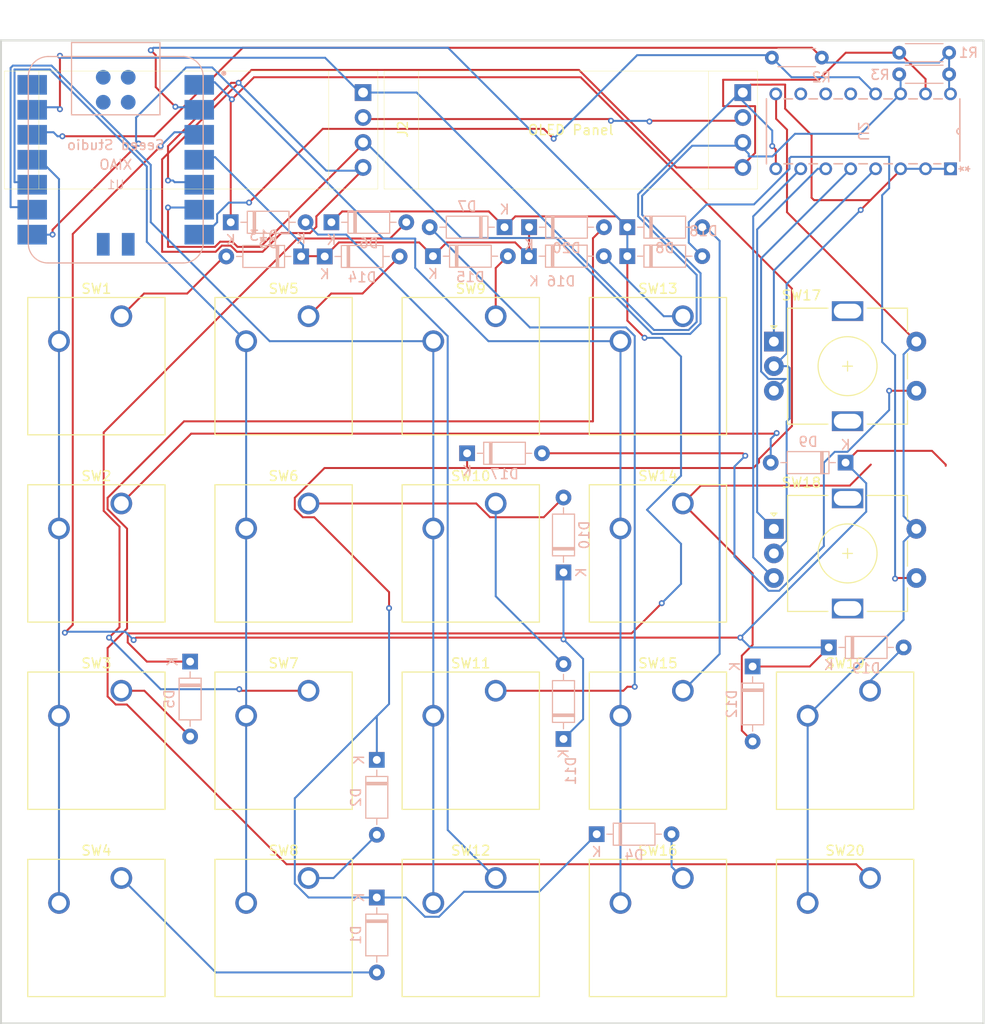
<source format=kicad_pcb>
(kicad_pcb (version 20240108) (generator "pcbnew") (generator_version "8.0")
  (layers (0 "F.Cu" signal) (31 "B.Cu" signal) (34 "B.Paste" user) (35 "F.Paste" user) (36 "B.SilkS" user "B.Silkscreen") (37 "F.SilkS" user "F.Silkscreen") (38 "B.Mask" user) (39 "F.Mask" user) (44 "Edge.Cuts" user))
  (net 0 "")
  (net 1 "Net-(D1-A)")
  (net 2 "ROW0")
  (net 3 "Net-(D2-A)")
  (net 4 "Net-(D3-A)")
  (net 5 "Net-(D4-A)")
  (net 6 "ROW1")
  (net 7 "Net-(D5-A)")
  (net 8 "Net-(D6-A)")
  (net 9 "Net-(D7-A)")
  (net 10 "Net-(D8-A)")
  (net 11 "Net-(D9-A)")
  (net 12 "ROW2")
  (net 13 "Net-(D10-A)")
  (net 14 "Net-(D11-A)")
  (net 15 "Net-(D12-A)")
  (net 16 "Net-(D13-A)")
  (net 17 "ROW3")
  (net 18 "Net-(D14-A)")
  (net 19 "Net-(D15-A)")
  (net 20 "Net-(D16-A)")
  (net 21 "GND")
  (net 22 "SCL")
  (net 23 "SDA")
  (net 24 "VCC")
  (net 25 "COL0")
  (net 26 "COL1")
  (net 27 "COL2")
  (net 28 "COL3")
  (net 34 "+5V")
  (net 35 "+3V3")
  (net 36 "Rotary1")
  (net 38 "Rotary3")
  (net 39 "Net-(D19-A)")
  (net 40 "Net-(D20-A)")
  (net 41 "IO_INT")
  (net 42 "COL4")
  (net 43 "Net-(U2-P0)")
  (net 44 "Net-(U2-P1)")
  (net 45 "Net-(U2-P2)")
  (net 46 "Net-(U2-P3)")
  (net 49 "unconnected-(U2-P5-Pad10)")
  (footprint "Button_Switch_Keyboard:SW_Cherry_MX_1.00u_PCB" (layer "F.Cu") (at 159.7025 85.4075)
    (property "Reference" "SW19")
    (property "Value" "SW_Push")
  )
  (footprint "Button_Switch_Keyboard:SW_Cherry_MX_1.00u_PCB" (layer "F.Cu") (at 121.6025 47.3075)
    (property "Reference" "SW9")
    (property "Value" "SW_Push")
  )
  (footprint "Button_Switch_Keyboard:SW_Cherry_MX_1.00u_PCB" (layer "F.Cu") (at 121.6025 66.3575)
    (property "Reference" "SW10")
    (property "Value" "SW_Push")
  )
  (footprint "Button_Switch_Keyboard:SW_Cherry_MX_1.00u_PCB" (layer "F.Cu") (at 83.5025 104.4575)
    (property "Reference" "SW4")
    (property "Value" "SW_Push")
  )
  (footprint "Library:RotaryEncoder_Alps_EC11E-Switch_Vertical_H20mm" (layer "F.Cu") (at 149.9125 49.8875)
    (property "Reference" "SW17")
    (property "Value" "RotaryEncoder_Switch")
  )
  (footprint "Button_Switch_Keyboard:SW_Cherry_MX_1.00u_PCB" (layer "F.Cu") (at 140.6525 47.3075)
    (property "Reference" "SW13")
    (property "Value" "SW_Push")
  )
  (footprint "Button_Switch_Keyboard:SW_Cherry_MX_1.00u_PCB" (layer "F.Cu") (at 140.6525 85.4075)
    (property "Reference" "SW15")
    (property "Value" "SW_Push")
  )
  (footprint "Button_Switch_Keyboard:SW_Cherry_MX_1.00u_PCB" (layer "F.Cu") (at 102.5525 66.3575)
    (property "Reference" "SW6")
    (property "Value" "SW_Push")
  )
  (footprint "Button_Switch_Keyboard:SW_Cherry_MX_1.00u_PCB" (layer "F.Cu") (at 140.6525 104.4575)
    (property "Reference" "SW16")
    (property "Value" "SW_Push")
  )
  (footprint "Button_Switch_Keyboard:SW_Cherry_MX_1.00u_PCB" (layer "F.Cu") (at 121.6025 104.4575)
    (property "Reference" "SW12")
    (property "Value" "SW_Push")
  )
  (footprint "Button_Switch_Keyboard:SW_Cherry_MX_1.00u_PCB" (layer "F.Cu") (at 83.5025 66.3575)
    (property "Reference" "SW2")
    (property "Value" "SW_Push")
  )
  (footprint "Button_Switch_Keyboard:SW_Cherry_MX_1.00u_PCB" (layer "F.Cu") (at 159.7025 104.4575)
    (property "Reference" "SW20")
    (property "Value" "SW_Push")
  )
  (footprint "Button_Switch_Keyboard:SW_Cherry_MX_1.00u_PCB" (layer "F.Cu") (at 102.5525 104.4575)
    (property "Reference" "SW8")
    (property "Value" "SW_Push")
  )
  (footprint "Library:SSD1306-0.91-OLED-4pin-128x32" (layer "F.Cu") (at 110.25 22.365)
    (property "Reference" "J2")
    (property "Value" "Conn_01x04")
  )
  (footprint "Library:SSD1306-0.91-OLED-4pin-128x32" (layer "F.Cu") (at 71.6025 22.365)
    (property "Reference" "J1" (hide yes))
    (property "Value" "Conn_01x04")
  )
  (footprint "Button_Switch_Keyboard:SW_Cherry_MX_1.00u_PCB" (layer "F.Cu") (at 102.5525 47.3075)
    (property "Reference" "SW5")
    (property "Value" "SW_Push")
  )
  (footprint "Button_Switch_Keyboard:SW_Cherry_MX_1.00u_PCB" (layer "F.Cu") (at 140.6525 66.3575)
    (property "Reference" "SW14")
    (property "Value" "SW_Push")
  )
  (footprint "Button_Switch_Keyboard:SW_Cherry_MX_1.00u_PCB" (layer "F.Cu") (at 102.5525 85.4075)
    (property "Reference" "SW7")
    (property "Value" "SW_Push")
  )
  (footprint "Library:RotaryEncoder_Alps_EC11E-Switch_Vertical_H20mm" (layer "F.Cu") (at 149.9125 68.9375)
    (property "Reference" "SW18")
    (property "Value" "RotaryEncoder_Switch")
  )
  (footprint "Button_Switch_Keyboard:SW_Cherry_MX_1.00u_PCB" (layer "F.Cu") (at 83.5025 47.3075)
    (property "Reference" "SW1")
    (property "Value" "SW_Push")
  )
  (footprint "Button_Switch_Keyboard:SW_Cherry_MX_1.00u_PCB" (layer "F.Cu") (at 83.5025 85.4075)
    (property "Reference" "SW3")
    (property "Value" "SW_Push")
  )
  (footprint "Button_Switch_Keyboard:SW_Cherry_MX_1.00u_PCB" (layer "F.Cu") (at 121.6025 85.4075)
    (property "Reference" "SW11")
    (property "Value" "SW_Push")
  )
  (footprint "Diode_THT:D_DO-35_SOD27_P7.62mm_Horizontal" (layer "B.Cu") (at 115.217998 41.2)
    (property "Reference" "D15")
    (property "Value" "1N4148")
  )
  (footprint "Diode_THT:D_DO-35_SOD27_P7.62mm_Horizontal" (layer "B.Cu") (at 104.88 37.75)
    (property "Reference" "D6")
    (property "Value" "1N4148")
  )
  (footprint "Diode_THT:D_DO-35_SOD27_P7.62mm_Horizontal" (layer "B.Cu") (at 155.5 81)
    (property "Reference" "D19")
    (property "Value" "1N4148")
  )
  (footprint "Diode_THT:D_DO-35_SOD27_P7.62mm_Horizontal" (layer "B.Cu") (at 128.5 73.37 90)
    (property "Reference" "D10")
    (property "Value" "1N4148")
  )
  (footprint "Diode_THT:D_DO-35_SOD27_P7.62mm_Horizontal" (layer "B.Cu") (at 104.2 41.227526)
    (property "Reference" "D14")
    (property "Value" "1N4148")
  )
  (footprint "Diode_THT:D_DO-35_SOD27_P7.62mm_Horizontal" (layer "B.Cu") (at 125 38.25)
    (property "Reference" "D20")
    (property "Value" "1N4148")
  )
  (footprint "Diode_THT:D_DO-35_SOD27_P7.62mm_Horizontal" (layer "B.Cu") (at 157.21 62.2 180)
    (property "Reference" "D9")
    (property "Value" "1N4148")
  )
  (footprint "Diode_THT:D_DO-35_SOD27_P7.62mm_Horizontal" (layer "B.Cu") (at 118.69 61.25)
    (property "Reference" "D17")
    (property "Value" "1N4148")
  )
  (footprint "Diode_THT:D_DO-35_SOD27_P7.62mm_Horizontal" (layer "B.Cu") (at 101.8 41.227526 180)
    (property "Reference" "D13")
    (property "Value" "1N4148")
  )
  (footprint "Resistor_THT:R_Axial_DIN0204_L3.6mm_D1.6mm_P5.08mm_Horizontal" (layer "B.Cu") (at 162.67 22.693748)
    (property "Reference" "R3")
    (property "Value" "10k")
  )
  (footprint "Library:PCF8574A" (layer "B.Cu") (at 150.11 24.69 90)
    (property "Reference" "U2")
    (property "Value" "PCF8574A")
  )
  (footprint "Diode_THT:D_DO-35_SOD27_P7.62mm_Horizontal" (layer "B.Cu") (at 122.5 38.25 180)
    (property "Reference" "D7")
    (property "Value" "1N4148")
  )
  (footprint "Diode_THT:D_DO-35_SOD27_P7.62mm_Horizontal" (layer "B.Cu") (at 90.5 82.44 -90)
    (property "Reference" "D5")
    (property "Value" "1N4148")
  )
  (footprint "Diode_THT:D_DO-35_SOD27_P7.62mm_Horizontal" (layer "B.Cu") (at 135 41.2)
    (property "Reference" "D18")
    (property "Value" "1N4148")
  )
  (footprint "Diode_THT:D_DO-35_SOD27_P7.62mm_Horizontal" (layer "B.Cu") (at 94.63 37.75)
    (property "Reference" "D3")
    (property "Value" "1N4148")
  )
  (footprint "Diode_THT:D_DO-35_SOD27_P7.62mm_Horizontal" (layer "B.Cu") (at 109.5 92.44 -90)
    (property "Reference" "D2")
    (property "Value" "1N4148")
  )
  (footprint "Diode_THT:D_DO-35_SOD27_P7.62mm_Horizontal" (layer "B.Cu") (at 109.5 106.44 -90)
    (property "Reference" "D1")
    (property "Value" "1N4148")
  )
  (footprint "Diode_THT:D_DO-35_SOD27_P7.62mm_Horizontal" (layer "B.Cu") (at 131.88 100)
    (property "Reference" "D4")
    (property "Value" "1N4148")
  )
  (footprint "Library:XIAO-SAMD21-RP2040-14P-2.54-21X17.8MM (Seeeduino XIAO)" (layer "B.Cu") (at 82.928132 31.39 180)
    (property "Reference" "U1")
    (property "Value" "Seeed Studio XIAO SAMD21" (hide yes))
  )
  (footprint "Diode_THT:D_DO-35_SOD27_P7.62mm_Horizontal" (layer "B.Cu") (at 147.75 82.94 -90)
    (property "Reference" "D12")
    (property "Value" "1N4148")
  )
  (footprint "Resistor_THT:R_Axial_DIN0204_L3.6mm_D1.6mm_P5.08mm_Horizontal" (layer "B.Cu") (at 154.79 21 180)
    (property "Reference" "R2")
    (property "Value" "10k")
  )
  (footprint "Diode_THT:D_DO-35_SOD27_P7.62mm_Horizontal" (layer "B.Cu") (at 135 38.25)
    (property "Reference" "D8")
    (property "Value" "1N4148")
  )
  (footprint "Diode_THT:D_DO-35_SOD27_P7.62mm_Horizontal" (layer "B.Cu") (at 124.98 41.2)
    (property "Reference" "D16")
    (property "Value" "1N4148")
  )
  (footprint "Diode_THT:D_DO-35_SOD27_P7.62mm_Horizontal" (layer "B.Cu") (at 128.5 90.31 90)
    (property "Reference" "D11")
    (property "Value" "1N4148")
  )
  (footprint "Resistor_THT:R_Axial_DIN0204_L3.6mm_D1.6mm_P5.08mm_Horizontal" (layer "B.Cu") (at 167.75 20.5 180)
    (property "Reference" "R1")
    (property "Value" "10k")
  )
  (gr_rect (start 71.25 19.25) (end 171.25 119.25) (stroke (width 0.2)) (fill none) (layer "Edge.Cuts"))
  (segment (start 109.5 114.06) (end 93.105 114.06) (width 0.2) (layer "B.Cu") (net 1))
  (segment (start 93.105 114.06) (end 83.5025 104.4575) (width 0.2) (layer "B.Cu") (net 1))
  (segment (start 148.4 61.834365) (end 151.75 58.484365) (width 0.2) (layer "F.Cu") (net 2))
  (segment (start 97 23) (end 94.75 25.25) (width 0.2) (layer "F.Cu") (net 2))
  (segment (start 101.1525 66.937399) (end 101.1525 65.777601) (width 0.2) (layer "F.Cu") (net 2))
  (segment (start 151.75 58.484365) (end 151.75 44.5) (width 0.2) (layer "F.Cu") (net 2))
  (segment (start 147.815686 62.75) (end 148.4 62.165686) (width 0.2) (layer "F.Cu") (net 2))
  (segment (start 110.75 77) (end 110.75 75.375101) (width 0.2) (layer "F.Cu") (net 2))
  (segment (start 130.25 23) (end 97 23) (width 0.2) (layer "F.Cu") (net 2))
  (segment (start 110.75 75.375101) (end 103.132399 67.7575) (width 0.2) (layer "F.Cu") (net 2))
  (segment (start 101.1525 65.777601) (end 104.180101 62.75) (width 0.2) (layer "F.Cu") (net 2))
  (segment (start 118.69 62.69) (end 118.75 62.75) (width 0.2) (layer "F.Cu") (net 2))
  (segment (start 118.69 61.25) (end 118.69 62.69) (width 0.2) (layer "F.Cu") (net 2))
  (segment (start 104.180101 62.75) (end 118.75 62.75) (width 0.2) (layer "F.Cu") (net 2))
  (segment (start 94.63 37.75) (end 94.63 25.37) (width 0.2) (layer "F.Cu") (net 2))
  (segment (start 103.132399 67.7575) (end 101.972601 67.7575) (width 0.2) (layer "F.Cu") (net 2))
  (segment (start 148.4 62.165686) (end 148.4 61.834365) (width 0.2) (layer "F.Cu") (net 2))
  (segment (start 94.63 25.37) (end 94.75 25.25) (width 0.2) (layer "F.Cu") (net 2))
  (segment (start 118.75 62.75) (end 147.815686 62.75) (width 0.2) (layer "F.Cu") (net 2))
  (segment (start 101.972601 67.7575) (end 101.1525 66.937399) (width 0.2) (layer "F.Cu") (net 2))
  (segment (start 151.75 44.5) (end 130.25 23) (width 0.2) (layer "F.Cu") (net 2))
  (via (at 110.75 77) (size 0.6) (drill 0.3) (layers "F.Cu" "B.Cu") (net 2))
  (via (at 94.75 25.25) (size 0.6) (drill 0.3) (layers "F.Cu" "B.Cu") (net 2))
  (segment (start 109.5 88) (end 110.75 86.75) (width 0.2) (layer "B.Cu") (net 2))
  (segment (start 126.0225 105.8575) (end 118.372399 105.8575) (width 0.2) (layer "B.Cu") (net 2))
  (segment (start 109.5 88) (end 109.5 92.44) (width 0.2) (layer "B.Cu") (net 2))
  (segment (start 118.372399 105.8575) (end 115.832399 108.3975) (width 0.2) (layer "B.Cu") (net 2))
  (segment (start 109.5 106.44) (end 102.555101 106.44) (width 0.2) (layer "B.Cu") (net 2))
  (segment (start 94.75 25.25) (end 93.011664 23.511664) (width 0.2) (layer "B.Cu") (net 2))
  (segment (start 131.88 100) (end 126.0225 105.8575) (width 0.2) (layer "B.Cu") (net 2))
  (segment (start 93.011664 23.511664) (end 91.428132 23.511664) (width 0.2) (layer "B.Cu") (net 2))
  (segment (start 110.75 86.75) (end 110.75 77) (width 0.2) (layer "B.Cu") (net 2))
  (segment (start 114.3975 108.3975) (end 112.44 106.44) (width 0.2) (layer "B.Cu") (net 2))
  (segment (start 101.1525 96.3475) (end 109.5 88) (width 0.2) (layer "B.Cu") (net 2))
  (segment (start 102.555101 106.44) (end 101.1525 105.037399) (width 0.2) (layer "B.Cu") (net 2))
  (segment (start 115.832399 108.3975) (end 114.3975 108.3975) (width 0.2) (layer "B.Cu") (net 2))
  (segment (start 112.44 106.44) (end 109.5 106.44) (width 0.2) (layer "B.Cu") (net 2))
  (segment (start 101.1525 105.037399) (end 101.1525 96.3475) (width 0.2) (layer "B.Cu") (net 2))
  (segment (start 102.5525 104.4575) (end 105.1025 104.4575) (width 0.2) (layer "B.Cu") (net 3))
  (segment (start 105.1025 104.4575) (end 109.5 100.06) (width 0.2) (layer "B.Cu") (net 3))
  (segment (start 116.7125 99.5675) (end 116.7125 49.327601) (width 0.2) (layer "B.Cu") (net 4))
  (segment (start 103.5 39) (end 106.3849 39) (width 0.2) (layer "B.Cu") (net 4))
  (segment (start 116.7125 49.327601) (end 110.81745 43.43255) (width 0.2) (layer "B.Cu") (net 4))
  (segment (start 102.25 37.75) (end 103.5 39) (width 0.2) (layer "B.Cu") (net 4))
  (segment (start 110.81745 43.43255) (end 106.3849 39) (width 0.2) (layer "B.Cu") (net 4))
  (segment (start 121.6025 104.4575) (end 116.7125 99.5675) (width 0.2) (layer "B.Cu") (net 4))
  (segment (start 139.5 100) (end 139.5 103.305) (width 0.2) (layer "B.Cu") (net 5))
  (segment (start 139.5 103.305) (end 140.6525 104.4575) (width 0.2) (layer "B.Cu") (net 5))
  (segment (start 86.5 20.25) (end 87 20.75) (width 0.2) (layer "F.Cu") (net 6))
  (segment (start 87 20.75) (end 87 24) (width 0.2) (layer "F.Cu") (net 6))
  (segment (start 122.5 38.25) (end 120.9 36.65) (width 0.2) (layer "F.Cu") (net 6))
  (segment (start 86.091471 82.44) (end 84.15 80.498529) (width 0.2) (layer "F.Cu") (net 6))
  (segment (start 84.15 80.498529) (end 84.15 79.575383) (width 0.2) (layer "F.Cu") (net 6))
  (segment (start 135.424617 79.575383) (end 138.5 76.5) (width 0.2) (layer "F.Cu") (net 6))
  (segment (start 120.9 36.65) (end 105.98 36.65) (width 0.2) (layer "F.Cu") (net 6))
  (segment (start 90.5 82.44) (end 86.091471 82.44) (width 0.2) (layer "F.Cu") (net 6))
  (segment (start 105.98 36.65) (end 104.88 37.75) (width 0.2) (layer "F.Cu") (net 6))
  (segment (start 87 24) (end 89 26) (width 0.2) (layer "F.Cu") (net 6))
  (segment (start 135 47.75) (end 135 41.2) (width 0.2) (layer "F.Cu") (net 6))
  (segment (start 84.15 79.575383) (end 135.424617 79.575383) (width 0.2) (layer "F.Cu") (net 6))
  (segment (start 136.75 49.5) (end 135 47.75) (width 0.2) (layer "F.Cu") (net 6))
  (segment (start 123.6 37.15) (end 133.9 37.15) (width 0.2) (layer "F.Cu") (net 6))
  (segment (start 133.9 37.15) (end 135 38.25) (width 0.2) (layer "F.Cu") (net 6))
  (segment (start 122.5 38.25) (end 123.6 37.15) (width 0.2) (layer "F.Cu") (net 6))
  (via (at 86.5 20.25) (size 0.6) (drill 0.3) (layers "F.Cu" "B.Cu") (net 6))
  (via (at 136.75 49.5) (size 0.6) (drill 0.3) (layers "F.Cu" "B.Cu") (net 6))
  (via (at 138.5 76.5) (size 0.6) (drill 0.3) (layers "F.Cu" "B.Cu") (net 6))
  (via (at 89 26) (size 0.6) (drill 0.3) (layers "F.Cu" "B.Cu") (net 6))
  (segment (start 138.555902 49.5075) (end 136.7575 49.5075) (width 0.2) (layer "B.Cu") (net 6))
  (segment (start 140.4625 51.414098) (end 138.555902 49.5075) (width 0.2) (layer "B.Cu") (net 6))
  (segment (start 140.4625 74.5375) (end 140.4625 70.4625) (width 0.2) (layer "B.Cu") (net 6))
  (segment (start 89 26) (end 89.051664 26.051664) (width 0.2) (layer "B.Cu") (net 6))
  (segment (start 140.4625 63.5375) (end 140.4625 51.414098) (width 0.2) (layer "B.Cu") (net 6))
  (segment (start 136.7575 49.5075) (end 136.75 49.5) (width 0.2) (layer "B.Cu") (net 6))
  (segment (start 86.5 20.25) (end 86.75 20) (width 0.2) (layer "B.Cu") (net 6))
  (segment (start 116.75 20) (end 135 38.25) (width 0.2) (layer "B.Cu") (net 6))
  (segment (start 135 38.25) (end 135 41.2) (width 0.2) (layer "B.Cu") (net 6))
  (segment (start 137 67) (end 140.4625 63.5375) (width 0.2) (layer "B.Cu") (net 6))
  (segment (start 140.4625 70.4625) (end 137 67) (width 0.2) (layer "B.Cu") (net 6))
  (segment (start 89.051664 26.051664) (end 91.428132 26.051664) (width 0.2) (layer "B.Cu") (net 6))
  (segment (start 86.75 20) (end 116.75 20) (width 0.2) (layer "B.Cu") (net 6))
  (segment (start 138.5 76.5) (end 140.4625 74.5375) (width 0.2) (layer "B.Cu") (net 6))
  (segment (start 83.5025 85.4075) (end 85.8475 85.4075) (width 0.2) (layer "F.Cu") (net 7))
  (segment (start 85.8475 85.4075) (end 90.5 90.06) (width 0.2) (layer "F.Cu") (net 7))
  (segment (start 112.5 37.75) (end 110.85 39.4) (width 0.2) (layer "F.Cu") (net 8))
  (segment (start 81.7025 67.103085) (end 83.3125 68.713085) (width 0.2) (layer "F.Cu") (net 8))
  (segment (start 101.427526 39.4) (end 81.7025 59.125026) (width 0.2) (layer "F.Cu") (net 8))
  (segment (start 83.3125 78.9375) (end 82.25 80) (width 0.2) (layer "F.Cu") (net 8))
  (segment (start 83.3125 68.713085) (end 83.3125 78.9375) (width 0.2) (layer "F.Cu") (net 8))
  (segment (start 110.85 39.4) (end 101.427526 39.4) (width 0.2) (layer "F.Cu") (net 8))
  (segment (start 95.5 85.25) (end 95.6575 85.4075) (width 0.2) (layer "F.Cu") (net 8))
  (segment (start 81.7025 59.125026) (end 81.7025 67.103085) (width 0.2) (layer "F.Cu") (net 8))
  (segment (start 95.6575 85.4075) (end 102.5525 85.4075) (width 0.2) (layer "F.Cu") (net 8))
  (via (at 82.25 80) (size 0.6) (drill 0.3) (layers "F.Cu" "B.Cu") (net 8))
  (via (at 95.5 85.25) (size 0.6) (drill 0.3) (layers "F.Cu" "B.Cu") (net 8))
  (segment (start 87.5 85.25) (end 82.25 80) (width 0.2) (layer "B.Cu") (net 8))
  (segment (start 95.5 85.25) (end 87.5 85.25) (width 0.2) (layer "B.Cu") (net 8))
  (segment (start 135 85) (end 134.5925 85.4075) (width 0.2) (layer "F.Cu") (net 9))
  (segment (start 134.5925 85.4075) (end 121.6025 85.4075) (width 0.2) (layer "F.Cu") (net 9))
  (segment (start 135.75 85) (end 135 85) (width 0.2) (layer "F.Cu") (net 9))
  (via (at 135.75 85) (size 0.6) (drill 0.3) (layers "F.Cu" "B.Cu") (net 9))
  (segment (start 134.882399 48.4475) (end 135.75 49.315101) (width 0.2) (layer "B.Cu") (net 9))
  (segment (start 135.75 49.315101) (end 135.75 85) (width 0.2) (layer "B.Cu") (net 9))
  (segment (start 114.88 38.25) (end 125.0775 48.4475) (width 0.2) (layer "B.Cu") (net 9))
  (segment (start 125.0775 48.4475) (end 134.882399 48.4475) (width 0.2) (layer "B.Cu") (net 9))
  (segment (start 140.6525 85.4075) (end 144.3925 81.6675) (width 0.2) (layer "B.Cu") (net 10))
  (segment (start 143 38.25) (end 142.62 38.25) (width 0.2) (layer "B.Cu") (net 10))
  (segment (start 144.3925 39.6425) (end 143 38.25) (width 0.2) (layer "B.Cu") (net 10))
  (segment (start 144.3925 81.6675) (end 144.3925 39.6425) (width 0.2) (layer "B.Cu") (net 10))
  (segment (start 149.75 59.25) (end 150.135836 59.25) (width 0.2) (layer "F.Cu") (net 11))
  (segment (start 150.135836 59.25) (end 150.192918 59.192918) (width 0.2) (layer "F.Cu") (net 11))
  (segment (start 83.5025 66.3575) (end 90.61 59.25) (width 0.2) (layer "F.Cu") (net 11))
  (segment (start 90.61 59.25) (end 149.75 59.25) (width 0.2) (layer "F.Cu") (net 11))
  (via (at 150.192918 59.192918) (size 0.6) (drill 0.3) (layers "F.Cu" "B.Cu") (net 11))
  (segment (start 150.192918 59.192918) (end 149.59 59.795836) (width 0.2) (layer "B.Cu") (net 11))
  (segment (start 149.59 59.795836) (end 149.59 62.2) (width 0.2) (layer "B.Cu") (net 11))
  (segment (start 167.4 62.4) (end 167.4 62.525) (width 0.2) (layer "F.Cu") (net 12))
  (segment (start 158.41 61) (end 157.21 62.2) (width 0.2) (layer "F.Cu") (net 12))
  (segment (start 167.4 62.4) (end 166 61) (width 0.2) (layer "F.Cu") (net 12))
  (segment (start 146.5 80) (end 85 80) (width 0.2) (layer "F.Cu") (net 12))
  (segment (start 77.7525 79.5) (end 78.5525 78.7) (width 0.2) (layer "F.Cu") (net 12))
  (segment (start 85 80) (end 84.75 80.25) (width 0.2) (layer "F.Cu") (net 12))
  (segment (start 153.56 82.94) (end 155.5 81) (width 0.2) (layer "F.Cu") (net 12))
  (segment (start 78.5525 78.7) (end 78.5525 38.9475) (width 0.2) (layer "F.Cu") (net 12))
  (segment (start 166 61) (end 158.41 61) (width 0.2) (layer "F.Cu") (net 12))
  (segment (start 78.5525 38.9475) (end 87.5 30) (width 0.2) (layer "F.Cu") (net 12))
  (segment (start 147.75 82.94) (end 153.56 82.94) (width 0.2) (layer "F.Cu") (net 12))
  (via (at 128.5 80.175383) (size 0.6) (drill 0.3) (layers "F.Cu" "B.Cu") (net 12))
  (via (at 84.75 80.25) (size 0.6) (drill 0.3) (layers "F.Cu" "B.Cu") (net 12))
  (via (at 87.5 30) (size 0.6) (drill 0.3) (layers "F.Cu" "B.Cu") (net 12))
  (via (at 77.7525 79.5) (size 0.6) (drill 0.3) (layers "F.Cu" "B.Cu") (net 12))
  (via (at 146.5 80) (size 0.6) (drill 0.3) (layers "F.Cu" "B.Cu") (net 12))
  (segment (start 84.75 80.25) (end 83.9 79.4) (width 0.2) (layer "B.Cu") (net 12))
  (segment (start 83.9 79.4) (end 77.8525 79.4) (width 0.2) (layer "B.Cu") (net 12))
  (segment (start 157.21 62.2) (end 159.3125 64.3025) (width 0.2) (layer "B.Cu") (net 12))
  (segment (start 147.5 81) (end 155.5 81) (width 0.2) (layer "B.Cu") (net 12))
  (segment (start 130.5 88.31) (end 128.5 90.31) (width 0.2) (layer "B.Cu") (net 12))
  (segment (start 159.3125 67.1875) (end 146.5 80) (width 0.2) (layer "B.Cu") (net 12))
  (segment (start 87.5 30) (end 88.908336 28.591664) (width 0.2) (layer "B.Cu") (net 12))
  (segment (start 146.5 80) (end 147.5 81) (width 0.2) (layer "B.Cu") (net 12))
  (segment (start 88.908336 28.591664) (end 91.428132 28.591664) (width 0.2) (layer "B.Cu") (net 12))
  (segment (start 128.5 73.37) (end 128.5 80.175383) (width 0.2) (layer "B.Cu") (net 12))
  (segment (start 159.3125 64.3025) (end 159.3125 67.1875) (width 0.2) (layer "B.Cu") (net 12))
  (segment (start 128.5 80.175383) (end 130.5 82.175383) (width 0.2) (layer "B.Cu") (net 12))
  (segment (start 77.8525 79.4) (end 77.7525 79.5) (width 0.2) (layer "B.Cu") (net 12))
  (segment (start 130.5 82.175383) (end 130.5 88.31) (width 0.2) (layer "B.Cu") (net 12))
  (segment (start 102.5525 66.3575) (end 119.622601 66.3575) (width 0.2) (layer "F.Cu") (net 13))
  (segment (start 126.4925 67.7575) (end 128.5 65.75) (width 0.2) (layer "F.Cu") (net 13))
  (segment (start 121.022601 67.7575) (end 126.4925 67.7575) (width 0.2) (layer "F.Cu") (net 13))
  (segment (start 119.622601 66.3575) (end 121.022601 67.7575) (width 0.2) (layer "F.Cu") (net 13))
  (segment (start 128.5 82.69) (end 121.6025 75.7925) (width 0.2) (layer "B.Cu") (net 14))
  (segment (start 121.6025 75.7925) (end 121.6025 66.3575) (width 0.2) (layer "B.Cu") (net 14))
  (segment (start 147.75 73.455) (end 140.6525 66.3575) (width 0.2) (layer "F.Cu") (net 15))
  (segment (start 157.6425 64.5375) (end 159.78 62.4) (width 0.2) (layer "F.Cu") (net 15))
  (segment (start 147.75 80.74) (end 147.75 73.455) (width 0.2) (layer "F.Cu") (net 15))
  (segment (start 147.75 90.56) (end 146.65 89.46) (width 0.2) (layer "F.Cu") (net 15))
  (segment (start 140.6525 66.3575) (end 142.4725 64.5375) (width 0.2) (layer "F.Cu") (net 15))
  (segment (start 146.65 89.46) (end 146.65 81.84) (width 0.2) (layer "F.Cu") (net 15))
  (segment (start 142.4725 64.5375) (end 157.6425 64.5375) (width 0.2) (layer "F.Cu") (net 15))
  (segment (start 146.65 81.84) (end 147.75 80.74) (width 0.2) (layer "F.Cu") (net 15))
  (segment (start 93.972474 41.227526) (end 90.2 45) (width 0.2) (layer "F.Cu") (net 16))
  (segment (start 85.81 45) (end 83.5025 47.3075) (width 0.2) (layer "F.Cu") (net 16))
  (segment (start 93.985456 41.227526) (end 93.972474 41.227526) (width 0.2) (layer "F.Cu") (net 16))
  (segment (start 90.2 45) (end 85.81 45) (width 0.2) (layer "F.Cu") (net 16))
  (segment (start 116.617998 39.8) (end 115.217998 41.2) (width 0.2) (layer "F.Cu") (net 17))
  (segment (start 105.635047 39.8) (end 104.235047 41.2) (width 0.2) (layer "F.Cu") (net 17))
  (segment (start 125 41.18) (end 124.98 41.2) (width 0.2) (layer "F.Cu") (net 17))
  (segment (start 115.217998 41.1845) (end 115.201249 41.1845) (width 0.2) (layer "F.Cu") (net 17))
  (segment (start 115.201249 41.1845) (end 113.816749 39.8) (width 0.2) (layer "F.Cu") (net 17))
  (segment (start 113.816749 39.8) (end 105.635047 39.8) (width 0.2) (layer "F.Cu") (net 17))
  (segment (start 125 38.25) (end 125 41.18) (width 0.2) (layer "F.Cu") (net 17))
  (segment (start 123.58 39.8) (end 116.617998 39.8) (width 0.2) (layer "F.Cu") (net 17))
  (segment (start 124.98 41.2) (end 123.58 39.8) (width 0.2) (layer "F.Cu") (net 17))
  (segment (start 104.235047 41.2) (end 102.027526 41.2) (width 0.2) (layer "F.Cu") (net 17))
  (segment (start 102.027526 41.2) (end 102 41.227526) (width 0.2) (layer "F.Cu") (net 17))
  (segment (start 91.428132 31.131664) (end 93.048817 31.131664) (width 0.2) (layer "B.Cu") (net 17))
  (segment (start 93.048817 31.131664) (end 102 40.082847) (width 0.2) (layer "B.Cu") (net 17))
  (segment (start 102 40.082847) (end 102 41.227526) (width 0.2) (layer "B.Cu") (net 17))
  (segment (start 108.047526 45) (end 111.662567 41.384959) (width 0.2) (layer "F.Cu") (net 18))
  (segment (start 104.86 45) (end 108.047526 45) (width 0.2) (layer "F.Cu") (net 18))
  (segment (start 111.662567 41.384959) (end 111.662567 41.227526) (width 0.2) (layer "F.Cu") (net 18))
  (segment (start 102.5525 47.3075) (end 104.86 45) (width 0.2) (layer "F.Cu") (net 18))
  (segment (start 121.6025 47.3075) (end 121.6025 42.408749) (width 0.2) (layer "F.Cu") (net 19))
  (segment (start 121.6025 42.408749) (end 122.826749 41.1845) (width 0.2) (layer "F.Cu") (net 19))
  (segment (start 122.826749 41.1845) (end 122.837998 41.1845) (width 0.2) (layer "F.Cu") (net 19))
  (segment (start 140.6525 47.3075) (end 138.7075 47.3075) (width 0.2) (layer "B.Cu") (net 20))
  (segment (start 138.7075 47.3075) (end 132.6 41.2) (width 0.2) (layer "B.Cu") (net 20))
  (segment (start 159.75 35.5) (end 154 35.5) (width 0.2) (layer "F.Cu") (net 21))
  (segment (start 149.709749 23.75) (end 147.555 23.75) (width 0.2) (layer "F.Cu") (net 21))
  (segment (start 158.75 36.5) (end 159.75 35.5) (width 0.2) (layer "F.Cu") (net 21))
  (segment (start 154 35.5) (end 153.75 35.25) (width 0.2) (layer "F.Cu") (net 21))
  (segment (start 151.05 23.7423) (end 149.717449 23.7423) (width 0.2) (layer "F.Cu") (net 21))
  (segment (start 153.75 35.25) (end 153.75 28.8873) (width 0.2) (layer "F.Cu") (net 21))
  (segment (start 159.75 35.5) (end 162.81 32.44) (width 0.2) (layer "F.Cu") (net 21))
  (segment (start 147.2652 23.8173) (end 146.2025 24.88) (width 0.2) (layer "F.Cu") (net 21))
  (segment (start 151.0577 26.195) (end 151.0577 23.75) (width 0.2) (layer "F.Cu") (net 21))
  (segment (start 147.555 23.75) (end 146.75 24.555) (width 0.2) (layer "F.Cu") (net 21))
  (segment (start 149.717449 23.7423) (end 149.709749 23.75) (width 0.2) (layer "F.Cu") (net 21))
  (segment (start 77.25 20.811664) (end 77.25 26.25) (width 0.2) (layer "F.Cu") (net 21))
  (segment (start 162.81 32.44) (end 162.81 32.31) (width 0.2) (layer "F.Cu") (net 21))
  (segment (start 149.75 30) (end 150.11 30.36) (width 0.2) (layer "F.Cu") (net 21))
  (segment (start 153.75 28.8873) (end 151.0577 26.195) (width 0.2) (layer "F.Cu") (net 21))
  (segment (start 151.0577 23.75) (end 151.05 23.7423) (width 0.2) (layer "F.Cu") (net 21))
  (segment (start 150.11 30.36) (end 150.11 32.31) (width 0.2) (layer "F.Cu") (net 21))
  (via (at 158.75 36.5) (size 0.6) (drill 0.3) (layers "F.Cu" "B.Cu") (net 21))
  (via (at 149.75 30) (size 0.6) (drill 0.3) (layers "F.Cu" "B.Cu") (net 21))
  (via (at 77.25 20.811664) (size 0.6) (drill 0.3) (layers "F.Cu" "B.Cu") (net 21))
  (via (at 77.25 26.25) (size 0.6) (drill 0.3) (layers "F.Cu" "B.Cu") (net 21))
  (segment (start 151.2125 44.0375) (end 158.75 36.5) (width 0.2) (layer "B.Cu") (net 21))
  (segment (start 149.9125 71.4375) (end 151.2125 70.1375) (width 0.2) (layer "B.Cu") (net 21))
  (segment (start 104.234164 21.011664) (end 107.7775 24.555) (width 0.2) (layer "B.Cu") (net 21))
  (segment (start 151.5125 52.573287) (end 151.326713 52.3875) (width 0.2) (layer "B.Cu") (net 21))
  (segment (start 149.75 28.4275) (end 149.75 30) (width 0.2) (layer "B.Cu") (net 21))
  (segment (start 151.2125 70.1375) (end 151.2125 58.025978) (width 0.2) (layer "B.Cu") (net 21))
  (segment (start 142.0525 43.1025) (end 136.1 37.15) (width 0.2) (layer "B.Cu") (net 21))
  (segment (start 107.7775 24.555) (end 113.555 24.555) (width 0.2) (layer "B.Cu") (net 21))
  (segment (start 136.334315 34.665686) (end 146.120001 24.88) (width 0.2) (layer "B.Cu") (net 21))
  (segment (start 151.2125 51.0875) (end 151.2125 44.0375) (width 0.2) (layer "B.Cu") (net 21))
  (segment (start 77.25 20.811664) (end 77.45 21.011664) (width 0.2) (layer "B.Cu") (net 21))
  (segment (start 151.5125 57.725978) (end 151.5125 52.573287) (width 0.2) (layer "B.Cu") (net 21))
  (segment (start 142.0525 47.887399) (end 142.0525 43.1025) (width 0.2) (layer "B.Cu") (net 21))
  (segment (start 77.051664 26.051664) (end 74.428132 26.051664) (width 0.2) (layer "B.Cu") (net 21))
  (segment (start 146.2025 24.88) (end 149.75 28.4275) (width 0.2) (layer "B.Cu") (net 21))
  (segment (start 149.9125 52.3875) (end 151.2125 51.0875) (width 0.2) (layer "B.Cu") (net 21))
  (segment (start 136.1 34.9) (end 136.334315 34.665686) (width 0.2) (layer "B.Cu") (net 21))
  (segment (start 77.45 21.011664) (end 104.234164 21.011664) (width 0.2) (layer "B.Cu") (net 21))
  (segment (start 113.555 24.555) (end 137.7075 48.7075) (width 0.2) (layer "B.Cu") (net 21))
  (segment (start 151.2125 58.025978) (end 151.5125 57.725978) (width 0.2) (layer "B.Cu") (net 21))
  (segment (start 146.120001 24.88) (end 146.2025 24.88) (width 0.2) (layer "B.Cu") (net 21))
  (segment (start 77.25 26.25) (end 77.051664 26.051664) (width 0.2) (layer "B.Cu") (net 21))
  (segment (start 151.326713 52.3875) (end 149.9125 52.3875) (width 0.2) (layer "B.Cu") (net 21))
  (segment (start 141.232399 48.7075) (end 142.0525 47.887399) (width 0.2) (layer "B.Cu") (net 21))
  (segment (start 162.81 32.31) (end 167.89 32.31) (width 0.2) (layer "B.Cu") (net 21))
  (segment (start 137.7075 48.7075) (end 141.232399 48.7075) (width 0.2) (layer "B.Cu") (net 21))
  (segment (start 136.1 37.15) (end 136.1 34.9) (width 0.2) (layer "B.Cu") (net 21))
  (segment (start 93.036205 40.25) (end 88.25 40.25) (width 0.2) (layer "F.Cu") (net 22))
  (segment (start 93.558679 39.727526) (end 93.036205 40.25) (width 0.2) (layer "F.Cu") (net 22))
  (segment (start 107.94625 29.96) (end 97.65625 40.25) (width 0.2) (layer "F.Cu") (net 22))
  (segment (start 95.323795 40.25) (end 94.801321 39.727526) (width 0.2) (layer "F.Cu") (net 22))
  (segment (start 88.25 40.25) (end 88.25 36.25) (width 0.2) (layer "F.Cu") (net 22))
  (segment (start 108.1025 29.96) (end 107.94625 29.96) (width 0.2) (layer "F.Cu") (net 22))
  (segment (start 97.65625 40.25) (end 95.323795 40.25) (width 0.2) (layer "F.Cu") (net 22))
  (segment (start 94.801321 39.727526) (end 93.558679 39.727526) (width 0.2) (layer "F.Cu") (net 22))
  (via (at 88.25 36.25) (size 0.6) (drill 0.3) (layers "F.Cu" "B.Cu") (net 22))
  (segment (start 118.1 39.35) (end 108.71 29.96) (width 0.2) (layer "B.Cu") (net 22))
  (segment (start 147.3525 31.053179) (end 149.762507 31.053179) (width 0.2) (layer "B.Cu") (net 22))
  (segment (start 146.2025 29.635) (end 147.3525 30.785) (width 0.2) (layer "B.Cu") (net 22))
  (segment (start 142.4525 48.053085) (end 141.398085 49.1075) (width 0.2) (layer "B.Cu") (net 22))
  (segment (start 162.81 22.833748) (end 162.67 22.693748) (width 0.2) (layer "B.Cu") (net 22))
  (segment (start 149.762507 31.053179) (end 152.065686 28.75) (width 0.2) (layer "B.Cu") (net 22))
  (segment (start 147.3525 30.785) (end 147.3525 31.053179) (width 0.2) (layer "B.Cu") (net 22))
  (segment (start 136.5 36.984314) (end 142.4525 42.936814) (width 0.2) (layer "B.Cu") (net 22))
  (segment (start 108.71 29.96) (end 108.1025 29.96) (width 0.2) (layer "B.Cu") (net 22))
  (segment (start 127.784314 39.35) (end 118.1 39.35) (width 0.2) (layer "B.Cu") (net 22))
  (segment (start 152.065686 28.75) (end 158.75 28.75) (width 0.2) (layer "B.Cu") (net 22))
  (segment (start 136.5 35.065686) (end 136.5 36.984314) (width 0.2) (layer "B.Cu") (net 22))
  (segment (start 158.75 28.75) (end 162.81 24.69) (width 0.2) (layer "B.Cu") (net 22))
  (segment (start 91.389796 36.25) (end 91.428132 36.211664) (width 0.2) (layer "B.Cu") (net 22))
  (segment (start 137.541814 49.1075) (end 127.784314 39.35) (width 0.2) (layer "B.Cu") (net 22))
  (segment (start 145.959508 29.96) (end 141.605686 29.96) (width 0.2) (layer "B.Cu") (net 22))
  (segment (start 88.25 36.25) (end 91.389796 36.25) (width 0.2) (layer "B.Cu") (net 22))
  (segment (start 141.398085 49.1075) (end 137.541814 49.1075) (width 0.2) (layer "B.Cu") (net 22))
  (segment (start 142.4525 42.936814) (end 142.4525 48.053085) (width 0.2) (layer "B.Cu") (net 22))
  (segment (start 141.605686 29.96) (end 136.5 35.065686) (width 0.2) (layer "B.Cu") (net 22))
  (segment (start 162.81 24.69) (end 162.81 22.833748) (width 0.2) (layer "B.Cu") (net 22))
  (segment (start 103.35 38.205635) (end 103.35 37.15) (width 0.2) (layer "F.Cu") (net 23))
  (segment (start 148.004513 30.697987) (end 146.5275 32.175) (width 0.2) (layer "F.Cu") (net 23))
  (segment (start 146.5275 32.175) (end 139.990686 32.175) (width 0.2) (layer "F.Cu") (net 23))
  (segment (start 102.705635 38.85) (end 103.35 38.205635) (width 0.2) (layer "F.Cu") (net 23))
  (segment (start 87.65 40.75) (end 93.101891 40.75) (width 0.2) (layer "F.Cu") (net 23))
  (segment (start 165.35 24.69) (end 165.35 23.18) (width 0.2) (layer "F.Cu") (net 23))
  (segment (start 99.778186 38.85) (end 102.705635 38.85) (width 0.2) (layer "F.Cu") (net 23))
  (segment (start 108 32.5) (end 108.1025 32.5) (width 0.2) (layer "F.Cu") (net 23))
  (segment (start 87.65 31.35) (end 87.65 40.75) (width 0.2) (layer "F.Cu") (net 23))
  (segment (start 165.35 23.18) (end 162.67 20.5) (width 0.2) (layer "F.Cu") (net 23))
  (segment (start 95.258109 40.75) (end 97.878186 40.75) (width 0.2) (layer "F.Cu") (net 23))
  (segment (start 144.75 23.25) (end 144.75 25.940666) (width 0.2) (layer "F.Cu") (net 23))
  (segment (start 162.67 20.5) (end 157.229749 20.5) (width 0.2) (layer "F.Cu") (net 23))
  (segment (start 144.75 25.940666) (end 148.004513 25.940666) (width 0.2) (layer "F.Cu") (net 23))
  (segment (start 93.101891 40.75) (end 93.724365 40.127526) (width 0.2) (layer "F.Cu") (net 23))
  (segment (start 148.004513 25.940666) (end 148.004513 30.697987) (width 0.2) (layer "F.Cu") (net 23))
  (segment (start 97.878186 40.75) (end 99.778186 38.85) (width 0.2) (layer "F.Cu") (net 23))
  (segment (start 154.479749 23.25) (end 144.75 23.25) (width 0.2) (layer "F.Cu") (net 23))
  (segment (start 94.682499 23.567501) (end 88.25 30) (width 0.2) (layer "F.Cu") (net 23))
  (segment (start 96.75 22.25) (end 87.65 31.35) (width 0.2) (layer "F.Cu") (net 23))
  (segment (start 95.432499 23.567501) (end 94.682499 23.567501) (width 0.2) (layer "F.Cu") (net 23))
  (segment (start 157.229749 20.5) (end 154.479749 23.25) (width 0.2) (layer "F.Cu") (net 23))
  (segment (start 94.635635 40.127526) (end 95.258109 40.75) (width 0.2) (layer "F.Cu") (net 23))
  (segment (start 93.724365 40.127526) (end 94.635635 40.127526) (width 0.2) (layer "F.Cu") (net 23))
  (segment (start 139.990686 32.175) (end 130.065686 22.25) (width 0.2) (layer "F.Cu") (net 23))
  (segment (start 103.35 37.15) (end 108 32.5) (width 0.2) (layer "F.Cu") (net 23))
  (segment (start 88.25 30) (end 88.25 33.5) (width 0.2) (layer "F.Cu") (net 23))
  (segment (start 130.065686 22.25) (end 96.75 22.25) (width 0.2) (layer "F.Cu") (net 23))
  (via (at 95.432499 23.567501) (size 0.6) (drill 0.3) (layers "F.Cu" "B.Cu") (net 23))
  (via (at 88.25 33.5) (size 0.6) (drill 0.3) (layers "F.Cu" "B.Cu") (net 23))
  (segment (start 108.1025 32.5) (end 104.364998 32.5) (width 0.2) (layer "B.Cu") (net 23))
  (segment (start 88.75 33.5) (end 88.921664 33.671664) (width 0.2) (layer "B.Cu") (net 23))
  (segment (start 104.364998 32.5) (end 95.432499 23.567501) (width 0.2) (layer "B.Cu") (net 23))
  (segment (start 88.25 33.5) (end 88.75 33.5) (width 0.2) (layer "B.Cu") (net 23))
  (segment (start 88.921664 33.671664) (end 91.428132 33.671664) (width 0.2) (layer "B.Cu") (net 23))
  (segment (start 137.25 27.5) (end 137.33 27.42) (width 0.2) (layer "F.Cu") (net 24))
  (segment (start 137.33 27.42) (end 146.2025 27.42) (width 0.2) (layer "F.Cu") (net 24))
  (segment (start 108.2725 27.25) (end 108.1025 27.42) (width 0.2) (layer "F.Cu") (net 24))
  (segment (start 133.33 27.42) (end 133.16 27.25) (width 0.2) (layer "F.Cu") (net 24))
  (segment (start 133.16 27.25) (end 108.2725 27.25) (width 0.2) (layer "F.Cu") (net 24))
  (via (at 133.33 27.42) (size 0.6) (drill 0.3) (layers "F.Cu" "B.Cu") (net 24))
  (via (at 137.25 27.5) (size 0.6) (drill 0.3) (layers "F.Cu" "B.Cu") (net 24))
  (segment (start 133.34485 27.43485) (end 133.33 27.42) (width 0.2) (layer "B.Cu") (net 24))
  (segment (start 137.18485 27.43485) (end 133.34485 27.43485) (width 0.2) (layer "B.Cu") (net 24))
  (segment (start 137.25 27.5) (end 137.18485 27.43485) (width 0.2) (layer "B.Cu") (net 24))
  (segment (start 74.428132 31.131664) (end 74.928132 31.131664) (width 0.2) (layer "B.Cu") (net 25))
  (segment (start 74.928132 31.131664) (end 77.1525 33.356032) (width 0.2) (layer "B.Cu") (net 25))
  (segment (start 77.1525 33.356032) (end 77.1525 106.9975) (width 0.2) (layer "B.Cu") (net 25))
  (segment (start 76.228132 22.211664) (end 86.09372 32.077252) (width 0.2) (layer "B.Cu") (net 26))
  (segment (start 86.09372 39.73872) (end 96.2025 49.8475) (width 0.2) (layer "B.Cu") (net 26))
  (segment (start 72.628132 22.211664) (end 76.228132 22.211664) (width 0.2) (layer "B.Cu") (net 26))
  (segment (start 72.628132 33.671664) (end 72.628132 22.211664) (width 0.2) (layer "B.Cu") (net 26))
  (segment (start 96.2025 49.8475) (end 96.2025 106.9975) (width 0.2) (layer "B.Cu") (net 26))
  (segment (start 74.428132 33.671664) (end 72.628132 33.671664) (width 0.2) (layer "B.Cu") (net 26))
  (segment (start 86.09372 32.077252) (end 86.09372 39.73872) (width 0.2) (layer "B.Cu") (net 26))
  (segment (start 72.462447 21.811664) (end 72.228132 22.045979) (width 0.2) (layer "B.Cu") (net 27))
  (segment (start 86.49372 31.911566) (end 76.393818 21.811664) (width 0.2) (layer "B.Cu") (net 27))
  (segment (start 72.228132 36.211664) (end 74.428132 36.211664) (width 0.2) (layer "B.Cu") (net 27))
  (segment (start 115.2525 49.8475) (end 115.2525 106.9975) (width 0.2) (layer "B.Cu") (net 27))
  (segment (start 72.228132 22.045979) (end 72.228132 36.211664) (width 0.2) (layer "B.Cu") (net 27))
  (segment (start 76.393818 21.811664) (end 72.462447 21.811664) (width 0.2) (layer "B.Cu") (net 27))
  (segment (start 115.2525 49.8475) (end 98.5975 49.8475) (width 0.2) (layer "B.Cu") (net 27))
  (segment (start 86.49372 37.74372) (end 86.49372 31.911566) (width 0.2) (layer "B.Cu") (net 27))
  (segment (start 98.5975 49.8475) (end 86.49372 37.74372) (width 0.2) (layer "B.Cu") (net 27))
  (segment (start 76.5 38.5) (end 76.5 39) (width 0.2) (layer "F.Cu") (net 28))
  (segment (start 85.25 29.75) (end 76.5 38.5) (width 0.2) (layer "F.Cu") (net 28))
  (via (at 85.25 29.75) (size 0.6) (drill 0.3) (layers "F.Cu" "B.Cu") (net 28))
  (via (at 76.5 39) (size 0.6) (drill 0.3) (layers "F.Cu" "B.Cu") (net 28))
  (segment (start 85 29.5) (end 85.25 29.75) (width 0.2) (layer "B.Cu") (net 28))
  (segment (start 76.5 39) (end 76.49 39.01) (width 0.2) (layer "B.Cu") (net 28))
  (segment (start 76.49 39.01) (end 74.428132 39.01) (width 0.2) (layer "B.Cu") (net 28))
  (segment (start 92.75 22) (end 90.098132 22) (width 0.2) (layer "B.Cu") (net 28))
  (segment (start 120.863968 49.8475) (end 113.409806 42.393338) (width 0.2) (layer "B.Cu") (net 28))
  (segment (start 113.409806 39.407105) (end 110.157105 39.407105) (width 0.2) (layer "B.Cu") (net 28))
  (segment (start 134.3025 49.8475) (end 120.863968 49.8475) (width 0.2) (layer "B.Cu") (net 28))
  (segment (start 110.157105 39.407105) (end 92.75 22) (width 0.2) (layer "B.Cu") (net 28))
  (segment (start 85 27.098132) (end 85 29.5) (width 0.2) (layer "B.Cu") (net 28))
  (segment (start 90.098132 22) (end 85 27.098132) (width 0.2) (layer "B.Cu") (net 28))
  (segment (start 113.409806 42.393338) (end 113.409806 39.407105) (width 0.2) (layer "B.Cu") (net 28))
  (segment (start 134.3025 106.9975) (end 134.3025 49.8475) (width 0.2) (layer "B.Cu") (net 28))
  (segment (start 86.848529 29) (end 77.5 29) (width 0.2) (layer "F.Cu") (net 35))
  (segment (start 154.79 21) (end 153.79 20) (width 0.2) (layer "F.Cu") (net 35))
  (segment (start 153.79 20) (end 95.848529 20) (width 0.2) (layer "F.Cu") (net 35))
  (segment (start 95.848529 20) (end 86.848529 29) (width 0.2) (layer "F.Cu") (net 35))
  (via (at 77.5 29) (size 0.6) (drill 0.3) (layers "F.Cu" "B.Cu") (net 35))
  (segment (start 154.79 21) (end 155.29 21.5) (width 0.2) (layer "B.Cu") (net 35))
  (segment (start 77 29) (end 76.591664 28.591664) (width 0.2) (layer "B.Cu") (net 35))
  (segment (start 166.75 21.5) (end 167.75 20.5) (width 0.2) (layer "B.Cu") (net 35))
  (segment (start 76.591664 28.591664) (end 74.428132 28.591664) (width 0.2) (layer "B.Cu") (net 35))
  (segment (start 167.75 24.55) (end 167.89 24.69) (width 0.2) (layer "B.Cu") (net 35))
  (segment (start 77.5 29) (end 77 29) (width 0.2) (layer "B.Cu") (net 35))
  (segment (start 167.75 20.5) (end 167.75 24.55) (width 0.2) (layer "B.Cu") (net 35))
  (segment (start 155.29 21.5) (end 166.75 21.5) (width 0.2) (layer "B.Cu") (net 35))
  (segment (start 126.31 61.25) (end 146.25 61.25) (width 0.2) (layer "F.Cu") (net 36))
  (segment (start 161.65 54.8875) (end 164.4125 54.8875) (width 0.2) (layer "F.Cu") (net 36))
  (segment (start 146.75 61.25) (end 147 61.5) (width 0.2) (layer "F.Cu") (net 36))
  (segment (start 146.25 61.25) (end 146.75 61.25) (width 0.2) (layer "F.Cu") (net 36))
  (via (at 161.65 54.8875) (size 0.6) (drill 0.3) (layers "F.Cu" "B.Cu") (net 36))
  (via (at 147 61.5) (size 0.6) (drill 0.3) (layers "F.Cu" "B.Cu") (net 36))
  (segment (start 155 62.21) (end 155 70.688478) (width 0.2) (layer "B.Cu") (net 36))
  (segment (start 150.450978 75.2375) (end 149.374022 75.2375) (width 0.2) (layer "B.Cu") (net 36))
  (segment (start 149.374022 75.2375) (end 145.9 71.763478) (width 0.2) (layer "B.Cu") (net 36))
  (segment (start 156.11 61.1) (end 155 62.21) (width 0.2) (layer "B.Cu") (net 36))
  (segment (start 161.65 56.85) (end 157.4 61.1) (width 0.2) (layer "B.Cu") (net 36))
  (segment (start 145.9 71.763478) (end 145.9 62.6) (width 0.2) (layer "B.Cu") (net 36))
  (segment (start 145.9 62.6) (end 147 61.5) (width 0.2) (layer "B.Cu") (net 36))
  (segment (start 155 70.688478) (end 150.450978 75.2375) (width 0.2) (layer "B.Cu") (net 36))
  (segment (start 157.4 61.1) (end 156.11 61.1) (width 0.2) (layer "B.Cu") (net 36))
  (segment (start 161.65 54.8875) (end 161.65 56.85) (width 0.2) (layer "B.Cu") (net 36))
  (segment (start 162.25 74) (end 162.3125 73.9375) (width 0.2) (layer "F.Cu") (net 38))
  (segment (start 162.3125 73.9375) (end 164.4125 73.9375) (width 0.2) (layer "F.Cu") (net 38))
  (via (at 162.25 74) (size 0.6) (drill 0.3) (layers "F.Cu" "B.Cu") (net 38))
  (segment (start 147.878248 35.9375) (end 151.5 32.315748) (width 0.2) (layer "B.Cu") (net 38))
  (segment (start 141.25 39.83) (end 141.25 37.75) (width 0.2) (layer "B.Cu") (net 38))
  (segment (start 151.5 31.25) (end 151.653617 31.096383) (width 0.2) (layer "B.Cu") (net 38))
  (segment (start 151.653617 31.096383) (end 161.648575 31.096383) (width 0.2) (layer "B.Cu") (net 38))
  (segment (start 160.930648 35) (end 160.930648 49.933927) (width 0.2) (layer "B.Cu") (net 38))
  (segment (start 162.25 51.253279) (end 162.25 74) (width 0.2) (layer "B.Cu") (net 38))
  (segment (start 143.0625 35.9375) (end 147.878248 35.9375) (width 0.2) (layer "B.Cu") (net 38))
  (segment (start 141.25 37.75) (end 143.0625 35.9375) (width 0.2) (layer "B.Cu") (net 38))
  (segment (start 142.62 41.2) (end 141.25 39.83) (width 0.2) (layer "B.Cu") (net 38))
  (segment (start 160.930648 49.933927) (end 162.25 51.253279) (width 0.2) (layer "B.Cu") (net 38))
  (segment (start 161.648575 34.282073) (end 160.930648 35) (width 0.2) (layer "B.Cu") (net 38))
  (segment (start 151.5 32.315748) (end 151.5 31.25) (width 0.2) (layer "B.Cu") (net 38))
  (segment (start 161.648575 31.096383) (end 161.648575 34.282073) (width 0.2) (layer "B.Cu") (net 38))
  (segment (start 163.12 81) (end 159.7025 84.4175) (width 0.2) (layer "B.Cu") (net 39))
  (segment (start 159.7025 84.4175) (end 159.7025 85.4075) (width 0.2) (layer "B.Cu") (net 39))
  (segment (start 82.1025 85.987399) (end 82.922601 86.8075) (width 0.2) (layer "F.Cu") (net 40))
  (segment (start 82.1025 65.777601) (end 82.1025 66.937399) (width 0.2) (layer "F.Cu") (net 40))
  (segment (start 131.5 58) (end 89.880101 58) (width 0.2) (layer "F.Cu") (net 40))
  (segment (start 89.880101 58) (end 82.1025 65.777601) (width 0.2) (layer "F.Cu") (net 40))
  (segment (start 131.5 39.37) (end 131.5 58) (width 0.2) (layer "F.Cu") (net 40))
  (segment (start 82.1025 66.937399) (end 84.082399 68.917298) (width 0.2) (layer "F.Cu") (net 40))
  (segment (start 84.082399 79.077298) (end 82.1025 81.057197) (width 0.2) (layer "F.Cu") (net 40))
  (segment (start 158.3025 103.0575) (end 159.7025 104.4575) (width 0.2) (layer "F.Cu") (net 40))
  (segment (start 132.62 38.25) (end 131.5 39.37) (width 0.2) (layer "F.Cu") (net 40))
  (segment (start 84.059556 86.8075) (end 100.309556 103.0575) (width 0.2) (layer "F.Cu") (net 40))
  (segment (start 100.309556 103.0575) (end 158.3025 103.0575) (width 0.2) (layer "F.Cu") (net 40))
  (segment (start 84.082399 68.917298) (end 84.082399 79.077298) (width 0.2) (layer "F.Cu") (net 40))
  (segment (start 82.1025 81.057197) (end 82.1025 85.987399) (width 0.2) (layer "F.Cu") (net 40))
  (segment (start 82.922601 86.8075) (end 84.059556 86.8075) (width 0.2) (layer "F.Cu") (net 40))
  (segment (start 127.5 29.25) (end 126.5 28.25) (width 0.2) (layer "F.Cu") (net 41))
  (segment (start 126.5 28.25) (end 104 28.25) (width 0.2) (layer "F.Cu") (net 41))
  (segment (start 104 28.25) (end 96.5 35.75) (width 0.2) (layer "F.Cu") (net 41))
  (via (at 96.5 35.75) (size 0.6) (drill 0.3) (layers "F.Cu" "B.Cu") (net 41))
  (via (at 127.5 29.25) (size 0.6) (drill 0.3) (layers "F.Cu" "B.Cu") (net 41))
  (segment (start 149.71 21) (end 149.46 20.75) (width 0.2) (layer "B.Cu") (net 41))
  (segment (start 149.46 20.75) (end 136 20.75) (width 0.2) (layer "B.Cu") (net 41))
  (segment (start 93.25 37.75) (end 92.248336 38.751664) (width 0.2) (layer "B.Cu") (net 41))
  (segment (start 92.248336 38.751664) (end 91.428132 38.751664) (width 0.2) (layer "B.Cu") (net 41))
  (segment (start 96.5 35.75) (end 94.43 35.75) (width 0.2) (layer "B.Cu") (net 41))
  (segment (start 94.43 35.75) (end 93.25 36.93) (width 0.2) (layer "B.Cu") (net 41))
  (segment (start 93.25 36.93) (end 93.25 37.75) (width 0.2) (layer "B.Cu") (net 41))
  (segment (start 136 20.75) (end 127.5 29.25) (width 0.2) (layer "B.Cu") (net 41))
  (segment (start 149.71 21) (end 151.71 23) (width 0.2) (layer "B.Cu") (net 41))
  (segment (start 158.58 23) (end 160.27 24.69) (width 0.2) (layer "B.Cu") (net 41))
  (segment (start 151.71 23) (end 158.58 23) (width 0.2) (layer "B.Cu") (net 41))
  (segment (start 164.4125 49.8875) (end 151.25 36.725) (width 0.2) (layer "F.Cu") (net 42))
  (segment (start 150.141853 27.225223) (end 150.141853 24.721853) (width 0.2) (layer "F.Cu") (net 42))
  (segment (start 151.25 36.725) (end 151.25 28.33337) (width 0.2) (layer "F.Cu") (net 42))
  (segment (start 150.141853 24.721853) (end 150.11 24.69) (width 0.2) (layer "F.Cu") (net 42))
  (segment (start 151.25 28.33337) (end 150.141853 27.225223) (width 0.2) (layer "F.Cu") (net 42))
  (segment (start 163.1125 70.2375) (end 164.4125 68.9375) (width 0.2) (layer "B.Cu") (net 42))
  (segment (start 163.1125 67.6375) (end 163.1125 51.1875) (width 0.2) (layer "B.Cu") (net 42))
  (segment (start 163.1125 78.1875) (end 163.1125 70.2375) (width 0.2) (layer "B.Cu") (net 42))
  (segment (start 153.3525 106.9975) (end 153.3525 87.9475) (width 0.2) (layer "B.Cu") (net 42))
  (segment (start 164.4125 68.9375) (end 163.1125 67.6375) (width 0.2) (layer "B.Cu") (net 42))
  (segment (start 153.3525 87.9475) (end 163.1125 78.1875) (width 0.2) (layer "B.Cu") (net 42))
  (segment (start 163.1125 51.1875) (end 164.4125 49.8875) (width 0.2) (layer "B.Cu") (net 42))
  (segment (start 149.9125 42.6675) (end 160.27 32.31) (width 0.2) (layer "B.Cu") (net 43))
  (segment (start 149.9125 49.8875) (end 149.9125 42.6675) (width 0.2) (layer "B.Cu") (net 43))
  (segment (start 149.9125 54.8875) (end 151.1125 53.6875) (width 0.2) (layer "B.Cu") (net 44))
  (segment (start 151.1125 53.6875) (end 149.374022 53.6875) (width 0.2) (layer "B.Cu") (net 44))
  (segment (start 148.6125 52.925978) (end 148.6125 41.4275) (width 0.2) (layer "B.Cu") (net 44))
  (segment (start 148.6125 41.4275) (end 157.73 32.31) (width 0.2) (layer "B.Cu") (net 44))
  (segment (start 149.374022 53.6875) (end 148.6125 52.925978) (width 0.2) (layer "B.Cu") (net 44))
  (segment (start 149.9125 68.9375) (end 148.2125 67.2375) (width 0.2) (layer "B.Cu") (net 45))
  (segment (start 148.2125 67.2375) (end 148.2125 38.4775) (width 0.2) (layer "B.Cu") (net 45))
  (segment (start 154.38 32.31) (end 155.19 32.31) (width 0.2) (layer "B.Cu") (net 45))
  (segment (start 148.2125 38.4775) (end 154.38 32.31) (width 0.2) (layer "B.Cu") (net 45))
  (segment (start 147.8125 71.8375) (end 147.8125 37.1475) (width 0.2) (layer "B.Cu") (net 46))
  (segment (start 147.8125 37.1475) (end 152.65 32.31) (width 0.2) (layer "B.Cu") (net 46))
  (segment (start 149.9125 73.9375) (end 147.8125 71.8375) (width 0.2) (layer "B.Cu") (net 46))
  (segment (start 152.7127 25.017049) (end 152.7127 25.157551) (width 0.2) (layer "F.Cu") (net 49))
)
</source>
